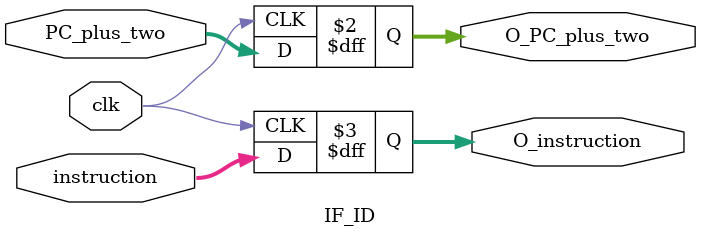
<source format=v>
`timescale 1ns / 1ps
module IF_ID(
	input 		 		  clk,
	input  		[15:0]  PC_plus_two,
	input  		[15:0]  instruction,
	output reg	[15:0]  O_PC_plus_two,
	output reg	[15:0]  O_instruction
    );
	 
	 always@(negedge clk ) begin
			O_instruction <= instruction ;
			O_PC_plus_two <= PC_plus_two ;
	 
	 end 


endmodule

</source>
